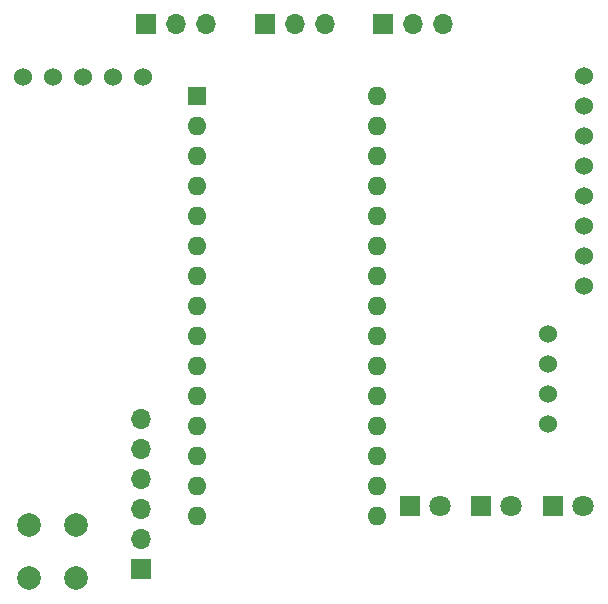
<source format=gbr>
%TF.GenerationSoftware,KiCad,Pcbnew,7.0.1*%
%TF.CreationDate,2023-04-03T23:21:57+02:00*%
%TF.ProjectId,_TS,6054532e-6b69-4636-9164-5f7063625858,rev?*%
%TF.SameCoordinates,Original*%
%TF.FileFunction,Soldermask,Top*%
%TF.FilePolarity,Negative*%
%FSLAX46Y46*%
G04 Gerber Fmt 4.6, Leading zero omitted, Abs format (unit mm)*
G04 Created by KiCad (PCBNEW 7.0.1) date 2023-04-03 23:21:57*
%MOMM*%
%LPD*%
G01*
G04 APERTURE LIST*
%ADD10C,2.000000*%
%ADD11C,1.800000*%
%ADD12R,1.800000X1.800000*%
%ADD13C,1.524000*%
%ADD14R,1.600000X1.600000*%
%ADD15O,1.600000X1.600000*%
%ADD16R,1.700000X1.700000*%
%ADD17O,1.700000X1.700000*%
G04 APERTURE END LIST*
D10*
%TO.C,U1*%
X107500000Y-112250000D03*
X103500000Y-112250000D03*
X103500000Y-107750000D03*
X107500000Y-107750000D03*
%TD*%
D11*
%TO.C,D3*%
X150390000Y-106175000D03*
D12*
X147850000Y-106175000D03*
%TD*%
D11*
%TO.C,D2*%
X144340000Y-106175000D03*
D12*
X141800000Y-106175000D03*
%TD*%
D11*
%TO.C,D1*%
X138290000Y-106175000D03*
D12*
X135750000Y-106175000D03*
%TD*%
D13*
%TO.C,U6*%
X113207000Y-69850000D03*
X110667000Y-69850000D03*
X108127000Y-69850000D03*
X105587000Y-69850000D03*
X103047000Y-69850000D03*
%TD*%
D14*
%TO.C,A1*%
X117697000Y-71484000D03*
D15*
X117697000Y-74024000D03*
X117697000Y-76564000D03*
X117697000Y-79104000D03*
X117697000Y-81644000D03*
X117697000Y-84184000D03*
X117697000Y-86724000D03*
X117697000Y-89264000D03*
X117697000Y-91804000D03*
X117697000Y-94344000D03*
X117697000Y-96884000D03*
X117697000Y-99424000D03*
X117697000Y-101964000D03*
X117697000Y-104504000D03*
X117697000Y-107044000D03*
X132937000Y-107044000D03*
X132937000Y-104504000D03*
X132937000Y-101964000D03*
X132937000Y-99424000D03*
X132937000Y-96884000D03*
X132937000Y-94344000D03*
X132937000Y-91804000D03*
X132937000Y-89264000D03*
X132937000Y-86724000D03*
X132937000Y-84184000D03*
X132937000Y-81644000D03*
X132937000Y-79104000D03*
X132937000Y-76564000D03*
X132937000Y-74024000D03*
X132937000Y-71484000D03*
%TD*%
D13*
%TO.C,U4*%
X150495000Y-87503000D03*
X150495000Y-84963000D03*
X150495000Y-82423000D03*
X150495000Y-79883000D03*
X150495000Y-77343000D03*
X150495000Y-74803000D03*
X150495000Y-72263000D03*
X150495000Y-69723000D03*
%TD*%
D16*
%TO.C,U3*%
X113000000Y-111540000D03*
D17*
X113000000Y-109000000D03*
X113000000Y-106460000D03*
X113000000Y-103920000D03*
X113000000Y-101380000D03*
X113000000Y-98840000D03*
%TD*%
D13*
%TO.C,U2*%
X147447000Y-99187000D03*
X147447000Y-96647000D03*
X147447000Y-94107000D03*
X147447000Y-91567000D03*
%TD*%
D16*
%TO.C,M3*%
X123475000Y-65375000D03*
D17*
X126015000Y-65375000D03*
X128555000Y-65375000D03*
%TD*%
D16*
%TO.C,M2*%
X113460000Y-65375000D03*
D17*
X116000000Y-65375000D03*
X118540000Y-65375000D03*
%TD*%
D16*
%TO.C,M1*%
X133475000Y-65375000D03*
D17*
X136015000Y-65375000D03*
X138555000Y-65375000D03*
%TD*%
M02*

</source>
